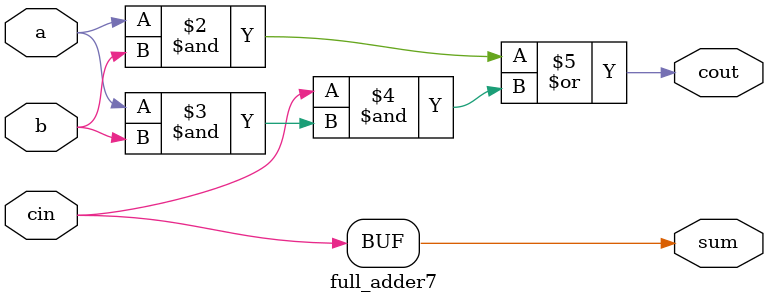
<source format=v>
module full_adder7(a,b,cin,sum,cout);
input a,b,cin;
output sum,cout;
assign sum = 1'b0^cin;
assign cout = a&b|cin&(a&b); 
// initial begin
//     $display("The incorrect adder with xor0 and xor1 having out/0 and in1/0");
// end   
endmodule
</source>
